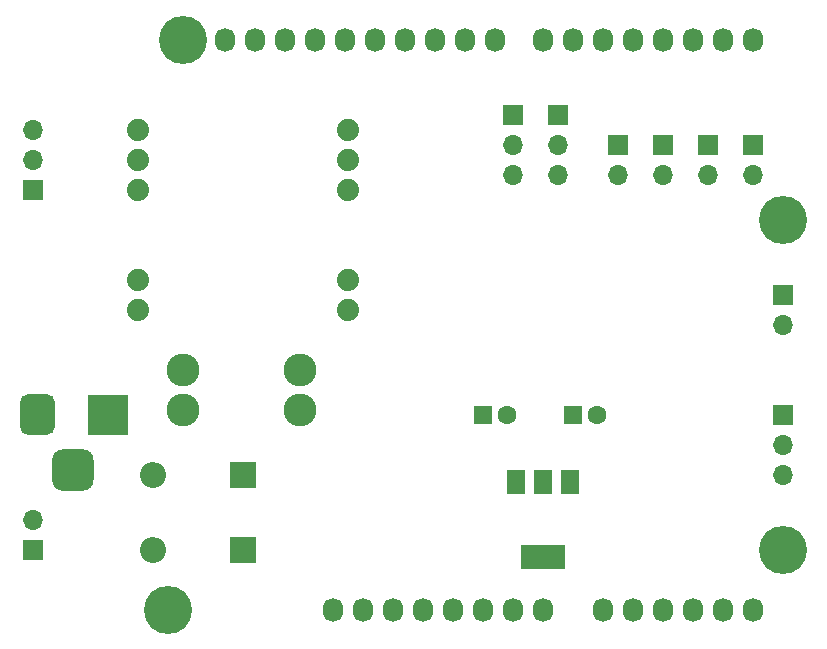
<source format=gbr>
%TF.GenerationSoftware,KiCad,Pcbnew,(5.1.10)-1*%
%TF.CreationDate,2021-10-12T20:12:19-04:00*%
%TF.ProjectId,monkey_arduino_shield,6d6f6e6b-6579-45f6-9172-6475696e6f5f,rev?*%
%TF.SameCoordinates,PX69db1f0PY7882d48*%
%TF.FileFunction,Soldermask,Top*%
%TF.FilePolarity,Negative*%
%FSLAX46Y46*%
G04 Gerber Fmt 4.6, Leading zero omitted, Abs format (unit mm)*
G04 Created by KiCad (PCBNEW (5.1.10)-1) date 2021-10-12 20:12:19*
%MOMM*%
%LPD*%
G01*
G04 APERTURE LIST*
%ADD10R,3.500000X3.500000*%
%ADD11O,2.200000X2.200000*%
%ADD12R,2.200000X2.200000*%
%ADD13C,1.879600*%
%ADD14O,1.700000X1.700000*%
%ADD15R,1.700000X1.700000*%
%ADD16C,2.780000*%
%ADD17C,1.600000*%
%ADD18R,1.600000X1.600000*%
%ADD19R,1.500000X2.000000*%
%ADD20R,3.800000X2.000000*%
%ADD21O,1.727200X2.032000*%
%ADD22C,4.064000*%
G04 APERTURE END LIST*
%TO.C,J2*%
G36*
G01*
X4140000Y13475000D02*
X4140000Y15225000D01*
G75*
G02*
X5015000Y16100000I875000J0D01*
G01*
X6765000Y16100000D01*
G75*
G02*
X7640000Y15225000I0J-875000D01*
G01*
X7640000Y13475000D01*
G75*
G02*
X6765000Y12600000I-875000J0D01*
G01*
X5015000Y12600000D01*
G75*
G02*
X4140000Y13475000I0J875000D01*
G01*
G37*
G36*
G01*
X1390000Y18050000D02*
X1390000Y20050000D01*
G75*
G02*
X2140000Y20800000I750000J0D01*
G01*
X3640000Y20800000D01*
G75*
G02*
X4390000Y20050000I0J-750000D01*
G01*
X4390000Y18050000D01*
G75*
G02*
X3640000Y17300000I-750000J0D01*
G01*
X2140000Y17300000D01*
G75*
G02*
X1390000Y18050000I0J750000D01*
G01*
G37*
D10*
X8890000Y19050000D03*
%TD*%
D11*
%TO.C,FB1*%
X12700000Y13970000D03*
D12*
X20320000Y13970000D03*
%TD*%
D11*
%TO.C,D1*%
X12700000Y7620000D03*
D12*
X20320000Y7620000D03*
%TD*%
D13*
%TO.C,U1*%
X29210000Y27940000D03*
X29210000Y30480000D03*
X29210000Y40640000D03*
X29210000Y38100000D03*
X29210000Y43180000D03*
X11430000Y30480000D03*
X11430000Y27940000D03*
X11430000Y38100000D03*
X11430000Y40640000D03*
X11430000Y43180000D03*
%TD*%
D14*
%TO.C,J11*%
X52070000Y39370000D03*
D15*
X52070000Y41910000D03*
%TD*%
D14*
%TO.C,J10*%
X55880000Y39370000D03*
D15*
X55880000Y41910000D03*
%TD*%
D14*
%TO.C,J9*%
X59690000Y39370000D03*
D15*
X59690000Y41910000D03*
%TD*%
D14*
%TO.C,J8*%
X63500000Y39370000D03*
D15*
X63500000Y41910000D03*
%TD*%
D14*
%TO.C,J7*%
X2540000Y10160000D03*
D15*
X2540000Y7620000D03*
%TD*%
D14*
%TO.C,J6*%
X2540000Y43180000D03*
X2540000Y40640000D03*
D15*
X2540000Y38100000D03*
%TD*%
D14*
%TO.C,J5*%
X66040000Y13970000D03*
X66040000Y16510000D03*
D15*
X66040000Y19050000D03*
%TD*%
D14*
%TO.C,J4*%
X46990000Y39370000D03*
X46990000Y41910000D03*
D15*
X46990000Y44450000D03*
%TD*%
D14*
%TO.C,J3*%
X43180000Y39370000D03*
X43180000Y41910000D03*
D15*
X43180000Y44450000D03*
%TD*%
D14*
%TO.C,J1*%
X66040000Y26670000D03*
D15*
X66040000Y29210000D03*
%TD*%
D16*
%TO.C,F1*%
X25160000Y19460000D03*
X25160000Y22860000D03*
X15240000Y19460000D03*
X15240000Y22860000D03*
%TD*%
D17*
%TO.C,C4*%
X50260000Y19050000D03*
D18*
X48260000Y19050000D03*
%TD*%
D17*
%TO.C,C3*%
X42640000Y19050000D03*
D18*
X40640000Y19050000D03*
%TD*%
D19*
%TO.C,U5*%
X48020000Y13310000D03*
X43420000Y13310000D03*
X45720000Y13310000D03*
D20*
X45720000Y7010000D03*
%TD*%
D21*
%TO.C,P1*%
X27940000Y2540000D03*
X30480000Y2540000D03*
X33020000Y2540000D03*
X35560000Y2540000D03*
X38100000Y2540000D03*
X40640000Y2540000D03*
X43180000Y2540000D03*
X45720000Y2540000D03*
%TD*%
%TO.C,P2*%
X50800000Y2540000D03*
X53340000Y2540000D03*
X55880000Y2540000D03*
X58420000Y2540000D03*
X60960000Y2540000D03*
X63500000Y2540000D03*
%TD*%
%TO.C,P3*%
X18796000Y50800000D03*
X21336000Y50800000D03*
X23876000Y50800000D03*
X26416000Y50800000D03*
X28956000Y50800000D03*
X31496000Y50800000D03*
X34036000Y50800000D03*
X36576000Y50800000D03*
X39116000Y50800000D03*
X41656000Y50800000D03*
%TD*%
%TO.C,P4*%
X45720000Y50800000D03*
X48260000Y50800000D03*
X50800000Y50800000D03*
X53340000Y50800000D03*
X55880000Y50800000D03*
X58420000Y50800000D03*
X60960000Y50800000D03*
X63500000Y50800000D03*
%TD*%
D22*
%TO.C,P5*%
X13970000Y2540000D03*
%TD*%
%TO.C,P6*%
X66040000Y7620000D03*
%TD*%
%TO.C,P7*%
X15240000Y50800000D03*
%TD*%
%TO.C,P8*%
X66040000Y35560000D03*
%TD*%
M02*

</source>
